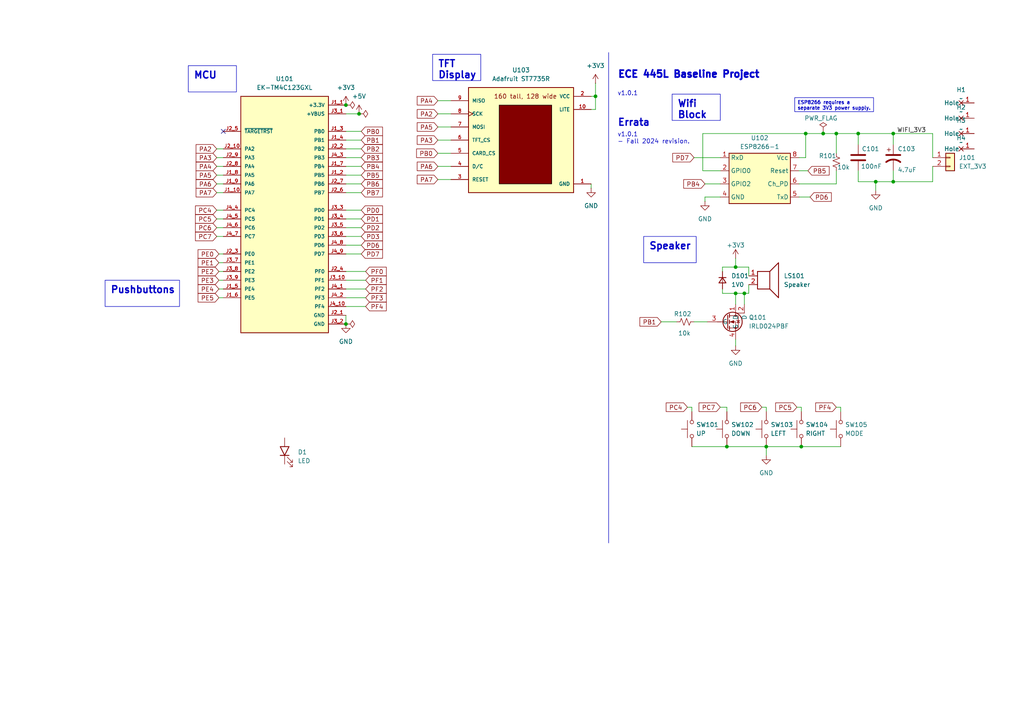
<source format=kicad_sch>
(kicad_sch (version 20231120) (generator "eeschema") (generator_version "8.0")
  (paper "A4")
  (title_block (title "ECE 445L Baseline Project") (date "2024-08-07") (rev "v1.0.1") (company "The University of Texas at Austin"))
  (lib_symbols
    (symbol "Connector_Generic:Conn_01x02" (pin_names (offset 1.016) hide)
      (property "Reference" "J" (at 0 2.54 0))
      (property "Value" "Conn_01x02" (at 0 -5.08 0))
      (symbol "Conn_01x02_1_1"
        (rectangle (start -1.27 -2.413) (end 0 -2.667) (stroke (width 0.1524)))
        (rectangle (start -1.27 0.127) (end 0 -0.127) (stroke (width 0.1524)))
        (rectangle (start -1.27 1.27) (end 1.27 -3.81) (stroke (width 0.254)) (fill (type background)))
        (pin passive line (at -5.08 0 0) (length 3.81) (name "Pin_1") (number "1"))
        (pin passive line (at -5.08 -2.54 0) (length 3.81) (name "Pin_2") (number "2"))
      )
    )
    (symbol "Device:D_Small" (pin_numbers hide) (pin_names (offset 0.254) hide)
      (property "Reference" "D" (at -1.27 2.032 0))
      (property "Value" "D_Small" (at -3.81 -2.032 0))
      (symbol "D_Small_0_1"
        (polyline (pts (xy -0.762 -1.016) (xy -0.762 1.016)) (stroke (width 0.254)))
        (polyline (pts (xy -0.762 0) (xy 0.762 0)))
        (polyline (pts (xy 0.762 -1.016) (xy -0.762 0) (xy 0.762 1.016) (xy 0.762 -1.016)) (stroke (width 0.254)))
      )
      (symbol "D_Small_1_1"
        (pin passive line (at -2.54 0 0) (length 1.778) (name "K") (number "1"))
        (pin passive line (at 2.54 0 180) (length 1.778) (name "A") (number "2"))
      )
    )
    (symbol "Device:Speaker" (pin_names (offset 0) hide)
      (property "Reference" "LS" (at 1.27 5.715 0))
      (property "Value" "Speaker" (at 1.27 3.81 0))
      (symbol "Speaker_0_0"
        (rectangle (start -2.54 1.27) (end 1.016 -3.81) (stroke (width 0.254)))
        (polyline (pts (xy 1.016 1.27) (xy 3.556 3.81) (xy 3.556 -6.35) (xy 1.016 -3.81)) (stroke (width 0.254)))
      )
      (symbol "Speaker_1_1"
        (pin input line (at -5.08 0 0) (length 2.54) (name "1") (number "1"))
        (pin input line (at -5.08 -2.54 0) (length 2.54) (name "2") (number "2"))
      )
    )
    (symbol "ECE445L:Adafruit_ST7735R" (pin_names (offset 1.016))
      (property "Reference" "U?" (at -15.24 16.002 0))
      (property "Value" "Adafruit ST7735R" (at -15.24 -17.78 0))
      (symbol "Adafruit_ST7735R_0_0"
        (rectangle (start -15.24 15.24) (end 15.24 -15.24) (stroke (width 0.254)) (fill (type background)))
      )
      (symbol "Adafruit_ST7735R_1_0"
        (pin power_in line (at 20.32 -12.7 180) (length 5.08) (name "GND") (number "1"))
        (pin power_in line (at 20.32 8.89 180) (length 5.08) (name "LITE") (number "10"))
        (pin power_in line (at 20.32 12.7 180) (length 5.08) (name "VCC") (number "2"))
        (pin input line (at -20.32 -11.43 0) (length 5.08) (name "RESET") (number "3"))
        (pin input line (at -20.32 -7.62 0) (length 5.08) (name "D/C") (number "4"))
        (pin input line (at -20.32 -3.81 0) (length 5.08) (name "CARD_CS") (number "5"))
        (pin input line (at -20.32 0 0) (length 5.08) (name "TFT_CS") (number "6"))
        (pin input line (at -20.32 3.81 0) (length 5.08) (name "MOSI") (number "7"))
        (pin input clock (at -20.32 7.62 0) (length 5.08) (name "SCK") (number "8"))
        (pin output line (at -20.32 11.43 0) (length 5.08) (name "MISO") (number "9"))
      )
      (symbol "Adafruit_ST7735R_1_1"
        (rectangle (start -6.35 10.16) (end 8.89 -12.7) (stroke (width 0) (color 0 0 0 1)) (fill (type color) (color 132 0 0 1)))
        (text "160 tall, 128 wide" (at 1.27 12.7 0) (effects (font (size 1.27 1.27))))
      )
    )
    (symbol "ECE445L:C" (pin_numbers hide) (pin_names (offset 0.254))
      (property "Reference" "C" (at 0.635 2.54 0))
      (property "Value" "C" (at 0.635 -2.54 0))
      (symbol "C_0_1"
        (polyline (pts (xy -2.032 -0.762) (xy 2.032 -0.762)) (stroke (width 0.508)))
        (polyline (pts (xy -2.032 0.762) (xy 2.032 0.762)) (stroke (width 0.508)))
      )
      (symbol "C_1_1"
        (pin passive line (at 0 3.81 270) (length 2.794) (name "~") (number "1"))
        (pin passive line (at 0 -3.81 90) (length 2.794) (name "~") (number "2"))
      )
    )
    (symbol "ECE445L:C_Polarized" (pin_numbers hide) (pin_names (offset 0.254) hide)
      (property "Reference" "C" (at 0.635 2.54 0))
      (property "Value" "C_Polarized" (at 0.635 -2.54 0))
      (symbol "C_Polarized_0_1"
        (polyline (pts (xy -2.032 0.762) (xy 2.032 0.762)) (stroke (width 0.508)))
        (polyline (pts (xy -1.778 2.286) (xy -0.762 2.286)))
        (polyline (pts (xy -1.27 1.778) (xy -1.27 2.794)))
        (arc (start 2.032 -1.27) (mid 0 -0.5572) (end -2.032 -1.27) (stroke (width 0.508)))
      )
      (symbol "C_Polarized_1_1"
        (pin passive line (at 0 3.81 270) (length 2.794) (name "~") (number "1"))
        (pin passive line (at 0 -3.81 90) (length 3.302) (name "~") (number "2"))
      )
    )
    (symbol "ECE445L:EK-TM4C123GXL" (pin_names (offset 1.016))
      (property "Reference" "U?" (at -12.7367 34.3099 0))
      (property "Value" "EK-TM4C123GXL" (at -12.7129 -38.1075 0))
      (symbol "EK-TM4C123GXL_0_0"
        (rectangle (start -12.7 -35.56) (end 12.7 33.02) (stroke (width 0.254)) (fill (type background)))
        (pin power_in line (at 17.78 30.48 180) (length 5.08) (name "+3.3V") (number "J1_1"))
        (pin bidirectional line (at -17.78 5.08 0) (length 5.08) (name "PA7") (number "J1_10"))
        (pin bidirectional line (at 17.78 22.86 180) (length 5.08) (name "PB0") (number "J1_3"))
        (pin bidirectional line (at 17.78 20.32 180) (length 5.08) (name "PB1") (number "J1_4"))
        (pin bidirectional line (at -17.78 -22.86 0) (length 5.08) (name "PE4") (number "J1_5"))
        (pin bidirectional line (at -17.78 -25.4 0) (length 5.08) (name "PE5") (number "J1_6"))
        (pin bidirectional line (at 17.78 12.7 180) (length 5.08) (name "PB4") (number "J1_7"))
        (pin bidirectional line (at -17.78 10.16 0) (length 5.08) (name "PA5") (number "J1_8"))
        (pin bidirectional line (at -17.78 7.62 0) (length 5.08) (name "PA6") (number "J1_9"))
        (pin power_in line (at 17.78 -30.48 180) (length 5.08) (name "GND") (number "J2_1"))
        (pin bidirectional line (at -17.78 17.78 0) (length 5.08) (name "PA2") (number "J2_10"))
        (pin bidirectional line (at 17.78 17.78 180) (length 5.08) (name "PB2") (number "J2_2"))
        (pin bidirectional line (at -17.78 -12.7 0) (length 5.08) (name "PE0") (number "J2_3"))
        (pin bidirectional line (at 17.78 -17.78 180) (length 5.08) (name "PF0") (number "J2_4"))
        (pin input line (at -17.78 22.86 0) (length 5.08) (name "~{TARGETRST}") (number "J2_5"))
        (pin bidirectional line (at 17.78 5.08 180) (length 5.08) (name "PB7") (number "J2_6"))
        (pin bidirectional line (at 17.78 7.62 180) (length 5.08) (name "PB6") (number "J2_7"))
        (pin bidirectional line (at -17.78 12.7 0) (length 5.08) (name "PA4") (number "J2_8"))
        (pin bidirectional line (at -17.78 15.24 0) (length 5.08) (name "PA3") (number "J2_9"))
        (pin power_in line (at 17.78 27.94 180) (length 5.08) (name "+VBUS") (number "J3_1"))
        (pin bidirectional line (at 17.78 -20.32 180) (length 5.08) (name "PF1") (number "J3_10"))
        (pin power_in line (at 17.78 -33.02 180) (length 5.08) (name "GND") (number "J3_2"))
        (pin bidirectional line (at 17.78 0 180) (length 5.08) (name "PD0") (number "J3_3"))
        (pin bidirectional line (at 17.78 -2.54 180) (length 5.08) (name "PD1") (number "J3_4"))
        (pin bidirectional line (at 17.78 -5.08 180) (length 5.08) (name "PD2") (number "J3_5"))
        (pin bidirectional line (at 17.78 -7.62 180) (length 5.08) (name "PD3") (number "J3_6"))
        (pin bidirectional line (at -17.78 -15.24 0) (length 5.08) (name "PE1") (number "J3_7"))
        (pin bidirectional line (at -17.78 -17.78 0) (length 5.08) (name "PE2") (number "J3_8"))
        (pin bidirectional line (at -17.78 -20.32 0) (length 5.08) (name "PE3") (number "J3_9"))
        (pin bidirectional line (at 17.78 -22.86 180) (length 5.08) (name "PF2") (number "J4_1"))
        (pin bidirectional line (at 17.78 -27.94 180) (length 5.08) (name "PF4") (number "J4_10"))
        (pin bidirectional line (at 17.78 -25.4 180) (length 5.08) (name "PF3") (number "J4_2"))
        (pin bidirectional line (at 17.78 15.24 180) (length 5.08) (name "PB3") (number "J4_3"))
        (pin bidirectional line (at -17.78 0 0) (length 5.08) (name "PC4") (number "J4_4"))
        (pin bidirectional line (at -17.78 -2.54 0) (length 5.08) (name "PC5") (number "J4_5"))
        (pin bidirectional line (at -17.78 -5.08 0) (length 5.08) (name "PC6") (number "J4_6"))
        (pin bidirectional line (at -17.78 -7.62 0) (length 5.08) (name "PC7") (number "J4_7"))
        (pin bidirectional line (at 17.78 -10.16 180) (length 5.08) (name "PD6") (number "J4_8"))
        (pin bidirectional line (at 17.78 -12.7 180) (length 5.08) (name "PD7") (number "J4_9"))
      )
      (symbol "EK-TM4C123GXL_1_0"
        (pin bidirectional line (at 17.78 10.16 180) (length 5.08) (name "PB5") (number "J1_2"))
      )
    )
    (symbol "ECE445L:ESP8266-1"
      (property "Reference" "U" (at 0 0 0))
      (property "Value" "ESP8266-1" (at 0 8.255 0))
      (symbol "ESP8266-1_1_1"
        (rectangle (start -8.255 6.985) (end 9.525 -7.62) (stroke (width 0.254)) (fill (type background)))
        (pin passive line (at -10.795 5.715 0) (length 2.54) (name "RxD") (number "1"))
        (pin passive line (at -10.795 1.905 0) (length 2.54) (name "GPIO0") (number "2"))
        (pin passive line (at -10.795 -1.905 0) (length 2.54) (name "GPIO2") (number "3"))
        (pin passive line (at -10.795 -5.715 0) (length 2.54) (name "GND") (number "4"))
        (pin passive line (at 12.065 -5.715 180) (length 2.54) (name "TxD") (number "5"))
        (pin passive line (at 12.065 -1.905 180) (length 2.54) (name "Ch_PD") (number "6"))
        (pin passive line (at 12.065 1.905 180) (length 2.54) (name "Reset") (number "7"))
        (pin passive line (at 12.065 5.715 180) (length 2.54) (name "Vcc") (number "8"))
      )
    )
    (symbol "ECE445L:IRLD024PBF"
      (property "Reference" "Q" (at 6.35 5.715 0))
      (property "Value" "IRLD024PBF" (at 16.51 -1.905 0))
      (symbol "IRLD024PBF_0_1"
        (polyline (pts (xy 11.43 0.635) (xy 8.636 0.635)))
        (polyline (pts (xy 11.684 2.54) (xy 11.684 -1.27)) (stroke (width 0.254)))
        (polyline (pts (xy 12.192 -0.635) (xy 12.192 -1.651)) (stroke (width 0.254)))
        (polyline (pts (xy 12.192 1.143) (xy 12.192 0.127)) (stroke (width 0.254)))
        (polyline (pts (xy 12.192 2.921) (xy 12.192 1.905)) (stroke (width 0.254)))
        (polyline (pts (xy 13.97 3.175) (xy 13.97 2.413)))
        (polyline (pts (xy 16.51 3.175) (xy 13.97 3.175)))
        (polyline (pts (xy 13.97 -1.905) (xy 13.97 0.635) (xy 12.192 0.635)))
        (polyline (pts (xy 12.192 -1.143) (xy 14.732 -1.143) (xy 14.732 2.413) (xy 12.192 2.413)))
        (polyline (pts (xy 12.446 0.635) (xy 13.462 1.016) (xy 13.462 0.254) (xy 12.446 0.635)) (fill (type outline)))
        (polyline (pts (xy 14.224 1.143) (xy 14.351 1.016) (xy 15.113 1.016) (xy 15.24 0.889)))
        (polyline (pts (xy 14.732 1.016) (xy 14.351 0.381) (xy 15.113 0.381) (xy 14.732 1.016)))
        (circle (center 13.081 0.635) (radius 2.794) (stroke (width 0.254)))
        (circle (center 13.97 -1.143) (radius 0.254) (fill (type outline)))
        (circle (center 13.97 2.413) (radius 0.254) (fill (type outline)))
      )
      (symbol "IRLD024PBF_1_1"
        (pin passive line (at 13.97 5.715 270) (length 2.54) (name "D") (number "1"))
        (pin passive line (at 16.51 5.715 270) (length 2.54) (name "D") (number "2"))
        (pin input line (at 5.715 0.635 0) (length 4) (name "G") (number "3"))
        (pin passive line (at 13.97 -4.445 90) (length 2.54) (name "S") (number "4"))
      )
    )
    (symbol "ECE445L:LED" (pin_numbers hide) (pin_names (offset 1.016) hide)
      (property "Reference" "D" (at 1.27 1.27 0))
      (property "Value" "LED" (at -5.08 -1.27 0))
      (symbol "LED_0_1"
        (polyline (pts (xy 0 -1.27) (xy -2.54 -1.27)) (stroke (width 0.254)))
        (polyline (pts (xy 0 1.27) (xy -2.54 1.27) (xy -1.27 -1.27) (xy 0 1.27)) (stroke (width 0.254)))
        (polyline (pts (xy -0.508 -3.048) (xy 1.016 -4.572) (xy 1.016 -3.81) (xy 1.016 -4.572) (xy 0.254 -4.572)))
        (polyline (pts (xy -0.508 -1.778) (xy 1.016 -3.302) (xy 1.016 -2.54) (xy 1.016 -3.302) (xy 0.254 -3.302)))
      )
      (symbol "LED_1_1"
        (pin passive line (at -1.27 -3.81 90) (length 2.54) (name "K") (number "1"))
        (pin passive line (at -1.27 3.81 270) (length 2.54) (name "A") (number "2"))
      )
    )
    (symbol "ECE445L:MountingHole"
      (property "Reference" "H" (at 0 0 0))
      (symbol "MountingHole_1_1"
        (pin power_in non_logic (at 0 0 180) (length 3.81) (name "Hole") (number "1"))
      )
    )
    (symbol "ECE445L:R_0.125W" (pin_numbers hide) (pin_names (offset 0.254) hide)
      (property "Reference" "R" (at 0.762 0.508 0))
      (property "Value" "R_0.125W" (at 0.762 -1.016 0))
      (symbol "R_0.125W_1_1"
        (polyline (pts (xy 0 0) (xy 1.016 -0.381) (xy 0 -0.762) (xy -1.016 -1.143) (xy 0 -1.524)))
        (polyline (pts (xy 0 1.524) (xy 1.016 1.143) (xy 0 0.762) (xy -1.016 0.381) (xy 0 0)))
        (pin passive line (at 0 2.54 270) (length 1.016) (name "~") (number "1"))
        (pin passive line (at 0 -2.54 90) (length 1.016) (name "~") (number "2"))
      )
    )
    (symbol "Switch:SW_Push" (pin_numbers hide) (pin_names (offset 1.016) hide)
      (property "Reference" "SW" (at 1.27 2.54 0))
      (property "Value" "SW_Push" (at 0 -1.524 0))
      (symbol "SW_Push_0_1"
        (circle (center -2.032 0) (radius 0.508))
        (polyline (pts (xy 0 1.27) (xy 0 3.048)))
        (polyline (pts (xy 2.54 1.27) (xy -2.54 1.27)))
        (circle (center 2.032 0) (radius 0.508))
        (pin passive line (at -5.08 0 0) (length 2.54) (name "1") (number "1"))
        (pin passive line (at 5.08 0 180) (length 2.54) (name "2") (number "2"))
      )
    )
    (symbol "power:+3V3" (power) (pin_numbers hide) (pin_names (offset 0) hide)
      (property "Value" "+3V3" (at 0 3.556 0))
      (symbol "+3V3_0_1"
        (polyline (pts (xy -0.762 1.27) (xy 0 2.54)))
        (polyline (pts (xy 0 0) (xy 0 2.54)))
        (polyline (pts (xy 0 2.54) (xy 0.762 1.27)))
      )
      (symbol "+3V3_1_1"
        (pin power_in line (at 0 0 90) (length 0) (name "~") (number "1"))
      )
    )
    (symbol "power:+5V" (power) (pin_numbers hide) (pin_names (offset 0) hide)
      (property "Value" "+5V" (at 0 3.556 0))
      (symbol "+5V_0_1"
        (polyline (pts (xy -0.762 1.27) (xy 0 2.54)))
        (polyline (pts (xy 0 0) (xy 0 2.54)))
        (polyline (pts (xy 0 2.54) (xy 0.762 1.27)))
      )
      (symbol "+5V_1_1"
        (pin power_in line (at 0 0 90) (length 0) (name "~") (number "1"))
      )
    )
    (symbol "power:GND" (power) (pin_numbers hide) (pin_names (offset 0) hide)
      (property "Value" "GND" (at 0 -3.81 0))
      (symbol "GND_0_1"
        (polyline (pts (xy 0 0) (xy 0 -1.27) (xy 1.27 -1.27) (xy 0 -2.54) (xy -1.27 -1.27) (xy 0 -1.27)))
      )
      (symbol "GND_1_1"
        (pin power_in line (at 0 0 270) (length 0) (name "~") (number "1"))
      )
    )
    (symbol "power:PWR_FLAG" (power) (pin_numbers hide) (pin_names (offset 0) hide)
      (property "Value" "PWR_FLAG" (at 0 3.81 0))
      (symbol "PWR_FLAG_0_0"
        (pin power_out line (at 0 0 90) (length 0) (name "~") (number "1"))
      )
      (symbol "PWR_FLAG_0_1"
        (polyline (pts (xy 0 0) (xy 0 1.27) (xy -1.016 1.905) (xy 0 2.54) (xy 1.016 1.905) (xy 0 1.27)))
      )
    )
  )
  (junction (at 100.33 30.48))
  (junction (at 222.25 129.54))
  (junction (at 238.76 38.735))
  (junction (at 259.08 38.735))
  (junction (at 213.36 77.47))
  (junction (at 215.9 85.09))
  (junction (at 233.68 38.735))
  (junction (at 248.92 38.735))
  (junction (at 259.08 52.705))
  (junction (at 100.33 93.98))
  (junction (at 213.36 85.09))
  (junction (at 254 52.705))
  (junction (at 242.57 38.735))
  (junction (at 210.82 129.54))
  (junction (at 232.41 129.54))
  (junction (at 172.72 27.94))
  (junction (at 104.14 33.02))
  (no_connect (at 64.77 38.1))
  (wire (pts (xy 100.33 45.72) (xy 104.775 45.72)))
  (wire (pts (xy 127 36.83) (xy 130.81 36.83)))
  (wire (pts (xy 204.47 53.34) (xy 208.915 53.34)))
  (wire (pts (xy 208.915 118.11) (xy 210.82 118.11)))
  (wire (pts (xy 200.66 118.11) (xy 200.66 119.38)))
  (wire (pts (xy 243.84 118.11) (xy 243.84 119.38)))
  (wire (pts (xy 100.33 55.88) (xy 104.775 55.88)))
  (wire (pts (xy 100.33 40.64) (xy 104.775 40.64)))
  (wire (pts (xy 222.25 129.54) (xy 222.25 132.08)))
  (wire (pts (xy 191.77 93.345) (xy 196.215 93.345)))
  (wire (pts (xy 209.55 77.47) (xy 213.36 77.47)))
  (wire (pts (xy 127 44.45) (xy 130.81 44.45)))
  (wire (pts (xy 100.33 73.66) (xy 104.775 73.66)))
  (wire (pts (xy 242.57 53.34) (xy 242.57 49.53)))
  (wire (pts (xy 62.865 68.58) (xy 64.77 68.58)))
  (wire (pts (xy 259.08 52.705) (xy 270.51 52.705)))
  (wire (pts (xy 231.775 57.15) (xy 234.95 57.15)))
  (wire (pts (xy 100.33 81.28) (xy 106.045 81.28)))
  (wire (pts (xy 217.17 82.55) (xy 217.17 85.09)))
  (wire (pts (xy 203.835 38.735) (xy 203.835 49.53)))
  (wire (pts (xy 127 40.64) (xy 130.81 40.64)))
  (wire (pts (xy 63.5 81.28) (xy 64.77 81.28)))
  (wire (pts (xy 200.66 129.54) (xy 210.82 129.54)))
  (wire (pts (xy 204.47 57.15) (xy 204.47 58.42)))
  (wire (pts (xy 62.865 66.04) (xy 64.77 66.04)))
  (wire (pts (xy 62.865 45.72) (xy 64.77 45.72)))
  (wire (pts (xy 254 52.705) (xy 248.92 52.705)))
  (wire (pts (xy 213.36 74.93) (xy 213.36 77.47)))
  (wire (pts (xy 201.295 93.345) (xy 205.105 93.345)))
  (wire (pts (xy 100.33 43.18) (xy 104.775 43.18)))
  (wire (pts (xy 100.33 91.44) (xy 100.33 93.98)))
  (wire (pts (xy 213.36 85.09) (xy 215.9 85.09)))
  (wire (pts (xy 242.57 38.735) (xy 238.76 38.735)))
  (wire (pts (xy 63.5 76.2) (xy 64.77 76.2)))
  (wire (pts (xy 199.39 118.11) (xy 200.66 118.11)))
  (wire (pts (xy 209.55 77.47) (xy 209.55 78.74)))
  (wire (pts (xy 100.33 88.9) (xy 106.045 88.9)))
  (wire (pts (xy 63.5 73.66) (xy 64.77 73.66)))
  (wire (pts (xy 209.55 85.09) (xy 213.36 85.09)))
  (wire (pts (xy 238.76 38.1) (xy 238.76 38.735)))
  (wire (pts (xy 62.865 53.34) (xy 64.77 53.34)))
  (wire (pts (xy 100.33 83.82) (xy 106.045 83.82)))
  (wire (pts (xy 231.775 45.72) (xy 233.68 45.72)))
  (wire (pts (xy 100.33 38.1) (xy 104.775 38.1)))
  (wire (pts (xy 172.72 24.13) (xy 172.72 27.94)))
  (wire (pts (xy 242.57 118.11) (xy 243.84 118.11)))
  (wire (pts (xy 63.5 83.82) (xy 64.77 83.82)))
  (wire (pts (xy 127 33.02) (xy 130.81 33.02)))
  (wire (pts (xy 210.82 118.11) (xy 210.82 119.38)))
  (wire (pts (xy 62.865 43.18) (xy 64.77 43.18)))
  (wire (pts (xy 210.82 129.54) (xy 222.25 129.54)))
  (wire (pts (xy 231.14 118.11) (xy 232.41 118.11)))
  (wire (pts (xy 231.775 49.53) (xy 234.315 49.53)))
  (wire (pts (xy 62.865 48.26) (xy 64.77 48.26)))
  (wire (pts (xy 201.295 45.72) (xy 208.915 45.72)))
  (wire (pts (xy 100.33 33.02) (xy 104.14 33.02)))
  (wire (pts (xy 254 52.705) (xy 259.08 52.705)))
  (wire (pts (xy 248.92 38.735) (xy 242.57 38.735)))
  (wire (pts (xy 127 29.21) (xy 130.81 29.21)))
  (polyline (pts (xy 176.53 15.24) (xy 176.53 157.48)))
  (wire (pts (xy 63.5 86.36) (xy 64.77 86.36)))
  (wire (pts (xy 62.865 55.88) (xy 64.77 55.88)))
  (wire (pts (xy 127 48.26) (xy 130.81 48.26)))
  (wire (pts (xy 172.72 31.75) (xy 172.72 27.94)))
  (wire (pts (xy 259.08 38.735) (xy 248.92 38.735)))
  (wire (pts (xy 127 52.07) (xy 130.81 52.07)))
  (wire (pts (xy 215.9 85.09) (xy 217.17 85.09)))
  (wire (pts (xy 62.865 50.8) (xy 64.77 50.8)))
  (wire (pts (xy 220.98 118.11) (xy 222.25 118.11)))
  (wire (pts (xy 238.76 38.735) (xy 233.68 38.735)))
  (wire (pts (xy 232.41 129.54) (xy 243.84 129.54)))
  (wire (pts (xy 171.45 31.75) (xy 172.72 31.75)))
  (wire (pts (xy 248.92 52.705) (xy 248.92 49.53)))
  (wire (pts (xy 270.51 48.26) (xy 270.51 52.705)))
  (wire (pts (xy 208.915 49.53) (xy 203.835 49.53)))
  (wire (pts (xy 100.33 68.58) (xy 104.775 68.58)))
  (wire (pts (xy 171.45 53.34) (xy 171.45 54.61)))
  (wire (pts (xy 248.92 38.735) (xy 248.92 41.91)))
  (wire (pts (xy 231.775 53.34) (xy 242.57 53.34)))
  (wire (pts (xy 213.36 85.09) (xy 213.36 88.265)))
  (wire (pts (xy 208.915 57.15) (xy 204.47 57.15)))
  (wire (pts (xy 254 55.245) (xy 254 52.705)))
  (wire (pts (xy 222.25 118.11) (xy 222.25 119.38)))
  (wire (pts (xy 233.68 45.72) (xy 233.68 38.735)))
  (wire (pts (xy 100.33 86.36) (xy 106.045 86.36)))
  (wire (pts (xy 100.33 78.74) (xy 106.045 78.74)))
  (wire (pts (xy 232.41 118.11) (xy 232.41 119.38)))
  (wire (pts (xy 222.25 129.54) (xy 232.41 129.54)))
  (wire (pts (xy 242.57 38.735) (xy 242.57 44.45)))
  (wire (pts (xy 215.9 85.09) (xy 215.9 88.265)))
  (wire (pts (xy 100.33 48.26) (xy 104.775 48.26)))
  (wire (pts (xy 100.33 71.12) (xy 104.775 71.12)))
  (wire (pts (xy 100.33 60.96) (xy 104.775 60.96)))
  (wire (pts (xy 62.865 60.96) (xy 64.77 60.96)))
  (wire (pts (xy 217.17 77.47) (xy 217.17 80.01)))
  (wire (pts (xy 213.36 98.425) (xy 213.36 100.33)))
  (wire (pts (xy 259.08 52.705) (xy 259.08 49.53)))
  (wire (pts (xy 100.33 63.5) (xy 104.775 63.5)))
  (wire (pts (xy 259.08 38.735) (xy 259.08 41.91)))
  (wire (pts (xy 233.68 38.735) (xy 203.835 38.735)))
  (wire (pts (xy 62.865 63.5) (xy 64.77 63.5)))
  (wire (pts (xy 100.33 50.8) (xy 104.775 50.8)))
  (wire (pts (xy 270.51 38.735) (xy 270.51 45.72)))
  (wire (pts (xy 171.45 27.94) (xy 172.72 27.94)))
  (wire (pts (xy 100.33 66.04) (xy 104.775 66.04)))
  (wire (pts (xy 213.36 77.47) (xy 217.17 77.47)))
  (wire (pts (xy 100.33 53.34) (xy 104.775 53.34)))
  (wire (pts (xy 63.5 78.74) (xy 64.77 78.74)))
  (wire (pts (xy 270.51 38.735) (xy 259.08 38.735)))
  (wire (pts (xy 209.55 85.09) (xy 209.55 83.82)))
  (text_box "MCU" (at 54.61 19.05 0) (size 13.97 7.62) (effects (font (size 2 2) (thickness 0.4) (bold yes)) (justify left top)))
  (text_box "ESP8266 requires a separate 3V3 power supply." (at 230.505 28.321 0) (size 22.86 4.064) (effects (font (size 1 1) (bold yes)) (justify left top)))
  (text_box "Speaker" (at 186.69 68.58 0) (size 15.24 7.62) (effects (font (size 2 2) (thickness 0.4) (bold yes)) (justify left top)))
  (text_box "Pushbuttons" (at 30.48 81.28 0) (size 21.59 7.62) (effects (font (size 2 2) (thickness 0.4) (bold yes)) (justify left top)))
  (text_box "TFT Display" (at 125.476 15.748 0) (size 13.97 7.62) (effects (font (size 2 2) (thickness 0.4) (bold yes)) (justify left top)))
  (text_box "Wifi Block" (at 194.945 27.305 0) (size 13.97 7.62) (effects (font (size 2 2) (thickness 0.4) (bold yes)) (justify left top)))
  (text "v1.0.1\n- Fall 2024 revision." (at 179.07 41.91 0) (effects (font (size 1.27 1.27)) (justify left bottom)))
  (text "ECE 445L Baseline Project" (at 179.07 22.86 0) (effects (font (size 2 2) (thickness 0.6) (bold yes)) (justify left bottom)))
  (text "v1.0.1" (at 179.07 27.94 0) (effects (font (size 1.27 1.27)) (justify left bottom)))
  (text "Errata" (at 179.07 36.83 0) (effects (font (size 2 2) (thickness 0.4) (bold yes)) (justify left bottom)))
  (label "WIFI_3V3" (at 268.605 38.735 180))
  (global_label "PC5" (shape input) (at 62.865 63.5 180) (property "Intersheetrefs" "${INTERSHEET_REFS}" (effects (hide yes))))
  (global_label "PB6" (shape input) (at 104.775 53.34 0) (property "Intersheetrefs" "${INTERSHEET_REFS}" (effects (hide yes))))
  (global_label "PB2" (shape input) (at 104.775 43.18 0) (property "Intersheetrefs" "${INTERSHEET_REFS}" (effects (hide yes))))
  (global_label "PA7" (shape input) (at 62.865 55.88 180) (property "Intersheetrefs" "${INTERSHEET_REFS}" (effects (hide yes))))
  (global_label "PA4" (shape input) (at 62.865 48.26 180) (property "Intersheetrefs" "${INTERSHEET_REFS}" (effects (hide yes))))
  (global_label "PB5" (shape input) (at 104.775 50.8 0) (property "Intersheetrefs" "${INTERSHEET_REFS}" (effects (hide yes))))
  (global_label "PB3" (shape input) (at 104.775 45.72 0) (property "Intersheetrefs" "${INTERSHEET_REFS}" (effects (hide yes))))
  (global_label "PD7" (shape input) (at 104.775 73.66 0) (property "Intersheetrefs" "${INTERSHEET_REFS}" (effects (hide yes))))
  (global_label "PE0" (shape input) (at 63.5 73.66 180) (property "Intersheetrefs" "${INTERSHEET_REFS}" (effects (hide yes))))
  (global_label "PD1" (shape input) (at 104.775 63.5 0) (property "Intersheetrefs" "${INTERSHEET_REFS}" (effects (hide yes))))
  (global_label "PF4" (shape input) (at 106.045 88.9 0) (property "Intersheetrefs" "${INTERSHEET_REFS}" (effects (hide yes))))
  (global_label "PE3" (shape input) (at 63.5 81.28 180) (property "Intersheetrefs" "${INTERSHEET_REFS}" (effects (hide yes))))
  (global_label "PC7" (shape input) (at 62.865 68.58 180) (property "Intersheetrefs" "${INTERSHEET_REFS}" (effects (hide yes))))
  (global_label "PA2" (shape input) (at 127 33.02 180) (property "Intersheetrefs" "${INTERSHEET_REFS}" (effects (hide yes))))
  (global_label "PD7" (shape input) (at 201.295 45.72 180) (property "Intersheetrefs" "${INTERSHEET_REFS}" (effects (hide yes))))
  (global_label "PB4" (shape input) (at 204.47 53.34 180) (property "Intersheetrefs" "${INTERSHEET_REFS}" (effects (hide yes))))
  (global_label "PC7" (shape input) (at 208.915 118.11 180) (property "Intersheetrefs" "${INTERSHEET_REFS}" (effects (hide yes))))
  (global_label "PE2" (shape input) (at 63.5 78.74 180) (property "Intersheetrefs" "${INTERSHEET_REFS}" (effects (hide yes))))
  (global_label "PA3" (shape input) (at 62.865 45.72 180) (property "Intersheetrefs" "${INTERSHEET_REFS}" (effects (hide yes))))
  (global_label "PE4" (shape input) (at 63.5 83.82 180) (property "Intersheetrefs" "${INTERSHEET_REFS}" (effects (hide yes))))
  (global_label "PC4" (shape input) (at 62.865 60.96 180) (property "Intersheetrefs" "${INTERSHEET_REFS}" (effects (hide yes))))
  (global_label "PB0" (shape input) (at 104.775 38.1 0) (property "Intersheetrefs" "${INTERSHEET_REFS}" (effects (hide yes))))
  (global_label "PE1" (shape input) (at 63.5 76.2 180) (property "Intersheetrefs" "${INTERSHEET_REFS}" (effects (hide yes))))
  (global_label "PF3" (shape input) (at 106.045 86.36 0) (property "Intersheetrefs" "${INTERSHEET_REFS}" (effects (hide yes))))
  (global_label "PC4" (shape input) (at 199.39 118.11 180) (property "Intersheetrefs" "${INTERSHEET_REFS}" (effects (hide yes))))
  (global_label "PD3" (shape input) (at 104.775 68.58 0) (property "Intersheetrefs" "${INTERSHEET_REFS}" (effects (hide yes))))
  (global_label "PC6" (shape input) (at 220.98 118.11 180) (property "Intersheetrefs" "${INTERSHEET_REFS}" (effects (hide yes))))
  (global_label "PD0" (shape input) (at 104.775 60.96 0) (property "Intersheetrefs" "${INTERSHEET_REFS}" (effects (hide yes))))
  (global_label "PB7" (shape input) (at 104.775 55.88 0) (property "Intersheetrefs" "${INTERSHEET_REFS}" (effects (hide yes))))
  (global_label "PD6" (shape input) (at 234.95 57.15 0) (property "Intersheetrefs" "${INTERSHEET_REFS}" (effects (hide yes))))
  (global_label "PA2" (shape input) (at 62.865 43.18 180) (property "Intersheetrefs" "${INTERSHEET_REFS}" (effects (hide yes))))
  (global_label "PA7" (shape input) (at 127 52.07 180) (property "Intersheetrefs" "${INTERSHEET_REFS}" (effects (hide yes))))
  (global_label "PB1" (shape input) (at 191.77 93.345 180) (property "Intersheetrefs" "${INTERSHEET_REFS}" (effects (hide yes))))
  (global_label "PA6" (shape input) (at 127 48.26 180) (property "Intersheetrefs" "${INTERSHEET_REFS}" (effects (hide yes))))
  (global_label "PF0" (shape input) (at 106.045 78.74 0) (property "Intersheetrefs" "${INTERSHEET_REFS}" (effects (hide yes))))
  (global_label "PC6" (shape input) (at 62.865 66.04 180) (property "Intersheetrefs" "${INTERSHEET_REFS}" (effects (hide yes))))
  (global_label "PC5" (shape input) (at 231.14 118.11 180) (property "Intersheetrefs" "${INTERSHEET_REFS}" (effects (hide yes))))
  (global_label "PE5" (shape input) (at 63.5 86.36 180) (property "Intersheetrefs" "${INTERSHEET_REFS}" (effects (hide yes))))
  (global_label "PF4" (shape input) (at 242.57 118.11 180) (property "Intersheetrefs" "${INTERSHEET_REFS}" (effects (hide yes))))
  (global_label "PB5" (shape input) (at 234.315 49.53 0) (property "Intersheetrefs" "${INTERSHEET_REFS}" (effects (hide yes))))
  (global_label "PA3" (shape input) (at 127 40.64 180) (property "Intersheetrefs" "${INTERSHEET_REFS}" (effects (hide yes))))
  (global_label "PD6" (shape input) (at 104.775 71.12 0) (property "Intersheetrefs" "${INTERSHEET_REFS}" (effects (hide yes))))
  (global_label "PA4" (shape input) (at 127 29.21 180) (property "Intersheetrefs" "${INTERSHEET_REFS}" (effects (hide yes))))
  (global_label "PF1" (shape input) (at 106.045 81.28 0) (property "Intersheetrefs" "${INTERSHEET_REFS}" (effects (hide yes))))
  (global_label "PB1" (shape input) (at 104.775 40.64 0) (property "Intersheetrefs" "${INTERSHEET_REFS}" (effects (hide yes))))
  (global_label "PA6" (shape input) (at 62.865 53.34 180) (property "Intersheetrefs" "${INTERSHEET_REFS}" (effects (hide yes))))
  (global_label "PA5" (shape input) (at 127 36.83 180) (property "Intersheetrefs" "${INTERSHEET_REFS}" (effects (hide yes))))
  (global_label "PD2" (shape input) (at 104.775 66.04 0) (property "Intersheetrefs" "${INTERSHEET_REFS}" (effects (hide yes))))
  (global_label "PF2" (shape input) (at 106.045 83.82 0) (property "Intersheetrefs" "${INTERSHEET_REFS}" (effects (hide yes))))
  (global_label "PB0" (shape input) (at 127 44.45 180) (property "Intersheetrefs" "${INTERSHEET_REFS}" (effects (hide yes))))
  (global_label "PB4" (shape input) (at 104.775 48.26 0) (property "Intersheetrefs" "${INTERSHEET_REFS}" (effects (hide yes))))
  (global_label "PA5" (shape input) (at 62.865 50.8 180) (property "Intersheetrefs" "${INTERSHEET_REFS}" (effects (hide yes))))
  (symbol (lib_id "power:PWR_FLAG") (at 100.33 93.98 270) (unit 1)
    (property "Reference" "#FLG0102" (effects (hide yes)))
    (property "Value" "PWR_FLAG" (effects (hide yes)))
    (property "Description" "Special symbol for telling ERC where power comes from" (effects (hide yes)))
  )
  (symbol (lib_id "Device:D_Small") (at 209.55 81.28 270) (unit 1)
    (property "Reference" "D101" (at 212.09 80.01 90) (effects (justify left)))
    (property "Value" "1V0" (at 212.09 82.55 90) (effects (justify left)))
    (property "Footprint" "Diode_THT:D_5W_P12.70mm_Horizontal" (effects (hide yes)))
    (property "Description" "Diode, small symbol" (effects (hide yes)))
    (property "Cost" "0.10 " (effects (hide yes)))
    (property "Distributor" "Mouser" (effects (hide yes)))
    (property "Manufacturer" "onsemi" (effects (hide yes)))
    (property "P/N" "1N914 " (effects (hide yes)))
    (property "Sim.Device" "D" (effects (hide yes)))
    (property "Sim.Pins" "1=K 2=A" (effects (hide yes)))
  )
  (symbol (lib_id "ECE445L:EK-TM4C123GXL") (at 82.55 60.96 0) (unit 1)
    (property "Reference" "U101" (at 82.55 22.86 0))
    (property "Value" "EK-TM4C123GXL" (at 82.55 25.4 0))
    (property "Footprint" "ECE445L:ti_EKTM4C123GXL" (effects (hide yes)))
    (property "Datasheet" "https://www.ti.com/lit/ds/symlink/tm4c123gh6pm.pdf?ts=1693244962384&ref_url=https%253A%252F%252Fwww.google.com%252F" (effects (hide yes)))
    (property "Distributor" "Mouser" (effects (hide yes)))
    (property "Manufacturer" "Texas Instruments" (effects (hide yes)))
    (property "P/N" "EK-TM4C123GXL" (effects (hide yes)))
    (property "Cost" "22.60" (effects (hide yes)))
  )
  (symbol (lib_id "ECE445L:IRLD024PBF") (at 199.39 93.98 0) (unit 1)
    (property "Reference" "Q101" (at 217.17 92.0749 0) (effects (justify left)))
    (property "Value" "IRLD024PBF" (at 217.17 94.6149 0) (effects (justify left)))
    (property "Footprint" "ECE445L:DIP920W60P254L490H457Q4N" (effects (hide yes)))
    (property "Datasheet" "http://www.vishay.com/docs/91308/sihld24.pdf" (effects (hide yes)))
    (property "Description" "Vishay IRLD024PBF N-channel MOSFET Transistor, 2.5 A, 60 V, 4-Pin HVMDIP" (effects (hide yes)))
    (property "Cost" "1.67" (effects (hide yes)))
    (property "Distributor" "Mouser" (effects (hide yes)))
    (property "Manufacturer" "Vishay" (effects (hide yes)))
    (property "P/N" "IRLD024PBF" (effects (hide yes)))
    (property "Sim.Device" "NMOS" (effects (hide yes)))
    (property "Sim.Type" "VDMOS" (effects (hide yes)))
    (property "Sim.Pins" "1=D 2=G 3=S" (effects (hide yes)))
    (property "Height" "4.57" (effects (hide yes)))
    (property "Mouser Part Number" "844-IRLD024PBF" (effects (hide yes)))
    (property "Mouser Price/Stock" "https://www.mouser.co.uk/ProductDetail/Vishay-Siliconix/IRLD024PBF?qs=cvaI6ThkwxvrmVanJu5OcQ%3D%3D" (effects (hide yes)))
    (property "Manufacturer_Name" "Vishay" (effects (hide yes)))
    (property "Manufacturer_Part_Number" "IRLD024PBF" (effects (hide yes)))
  )
  (symbol (lib_id "power:PWR_FLAG") (at 104.14 33.02 270) (unit 1)
    (property "Reference" "#FLG0103" (effects (hide yes)))
    (property "Value" "PWR_FLAG" (effects (hide yes)))
    (property "Description" "Special symbol for telling ERC where power comes from" (effects (hide yes)))
  )
  (symbol (lib_id "Switch:SW_Push") (at 200.66 124.46 90) (unit 1)
    (property "Reference" "SW101" (at 201.93 123.19 90) (effects (justify right)))
    (property "Value" "UP" (at 201.93 125.73 90) (effects (justify right)))
    (property "Footprint" "Button_Switch_THT:SW_PUSH_6mm" (effects (hide yes)))
    (property "Description" "Push button switch, generic, two pins" (effects (hide yes)))
  )
  (symbol (lib_id "ECE445L:MountingHole") (at 282.575 34.29 0) (unit 1)
    (property "Reference" "H2" (at 278.765 31.115 0))
    (property "Value" "~" (at 278.765 32.385 0))
    (property "Footprint" "ECE445L:MountingHole_4_40" (effects (hide yes)))
    (property "Description" "Drill hole for 4-40 screw" (effects (hide yes)))
  )
  (symbol (lib_id "Connector_Generic:Conn_01x02") (at 275.59 45.72 0) (unit 1)
    (property "Reference" "J101" (at 278.13 45.72 0) (effects (justify left)))
    (property "Value" "EXT_3V3" (at 278.13 48.26 0) (effects (justify left)))
    (property "Footprint" "Connector_Samtec_HPM_THT:Samtec_HPM-02-01-x-S_Straight_1x02_Pitch5.08mm" (effects (hide yes)))
    (property "Description" "Generic connector, single row, 01x02, script generated (kicad-library-utils/schlib/autogen/connector/)" (effects (hide yes)))
  )
  (symbol (lib_id "ECE445L:C_Polarized") (at 259.08 45.72 0) (unit 1)
    (property "Reference" "C103" (at 260.35 43.18 0) (effects (justify left)))
    (property "Value" "4.7uF" (at 260.35 49.276 0) (effects (justify left)))
    (property "Footprint" "ECE445L:CP_Radial_Tantal200mil" (effects (hide yes)))
    (property "Description" "Polarized capacitor, US symbol" (effects (hide yes)))
  )
  (symbol (lib_id "power:GND") (at 204.47 58.42 0) (unit 1)
    (property "Reference" "#PWR03" (effects (hide yes)))
    (property "Value" "GND" (at 204.47 63.5 0))
    (property "Description" "Power symbol creates a global label with name \"GND\" , ground" (effects (hide yes)))
  )
  (symbol (lib_id "power:+5V") (at 104.14 33.02 0) (unit 1)
    (property "Reference" "#PWR0105" (effects (hide yes)))
    (property "Value" "+5V" (at 104.14 27.94 0))
    (property "Description" "Power symbol creates a global label with name \"+5V\"" (effects (hide yes)))
  )
  (symbol (lib_id "power:GND") (at 222.25 132.08 0) (unit 1)
    (property "Reference" "#PWR0107" (effects (hide yes)))
    (property "Value" "GND" (at 222.25 137.16 0))
    (property "Description" "Power symbol creates a global label with name \"GND\" , ground" (effects (hide yes)))
  )
  (symbol (lib_id "power:GND") (at 171.45 54.61 0) (unit 1)
    (property "Reference" "#PWR02" (effects (hide yes)))
    (property "Value" "GND" (at 171.45 59.69 0))
    (property "Description" "Power symbol creates a global label with name \"GND\" , ground" (effects (hide yes)))
  )
  (symbol (lib_id "ECE445L:C") (at 248.92 45.72 0) (unit 1)
    (property "Reference" "C101" (at 249.936 43.18 0) (effects (justify left)))
    (property "Value" "100nF" (at 249.682 48.26 0) (effects (justify left)))
    (property "Footprint" "ECE445L:C_Axial_200mil" (effects (hide yes)))
    (property "Description" "Unpolarized capacitor" (effects (hide yes)))
  )
  (symbol (lib_id "ECE445L:MountingHole") (at 282.575 38.735 0) (unit 1)
    (property "Reference" "H3" (at 278.765 34.925 0))
    (property "Value" "~" (at 278.765 37.465 0))
    (property "Footprint" "ECE445L:MountingHole_4_40" (effects (hide yes)))
    (property "Description" "Drill hole for 4-40 screw" (effects (hide yes)))
  )
  (symbol (lib_id "ECE445L:R_0.125W") (at 242.57 46.99 0) (unit 1)
    (property "Reference" "R101" (at 237.49 45.212 0) (effects (justify left)))
    (property "Value" "10k" (at 242.824 48.514 0) (effects (justify left)))
    (property "Footprint" "ECE445L:R_Axial_DIN0204_L3.6mm_D1.6mm_P7.62mm_Horizontal" (effects (hide yes)))
    (property "Datasheet" "https://users.ece.utexas.edu/~valvano/mspm0/CarbonFilmresistors.pdf" (effects (hide yes)))
    (property "Description" "Resistor, small US symbol" (effects (hide yes)))
  )
  (symbol (lib_id "power:+3V3") (at 172.72 24.13 0) (unit 1)
    (property "Reference" "#PWR01" (effects (hide yes)))
    (property "Value" "+3V3" (at 172.72 19.05 0))
    (property "Description" "Power symbol creates a global label with name \"+3V3\"" (effects (hide yes)))
  )
  (symbol (lib_id "Switch:SW_Push") (at 210.82 124.46 90) (unit 1)
    (property "Reference" "SW102" (at 212.09 123.19 90) (effects (justify right)))
    (property "Value" "DOWN" (at 212.09 125.73 90) (effects (justify right)))
    (property "Footprint" "Button_Switch_THT:SW_PUSH_6mm" (effects (hide yes)))
    (property "Description" "Push button switch, generic, two pins" (effects (hide yes)))
  )
  (symbol (lib_id "power:GND") (at 254 55.245 0) (unit 1)
    (property "Reference" "#PWR0108" (effects (hide yes)))
    (property "Value" "GND" (at 254 60.325 0))
    (property "Description" "Power symbol creates a global label with name \"GND\" , ground" (effects (hide yes)))
  )
  (symbol (lib_id "ECE445L:LED") (at 83.82 130.81 0) (unit 1)
    (property "Reference" "D1" (at 86.36 131.1274 0) (effects (justify left)))
    (property "Value" "LED" (at 86.36 133.6674 0) (effects (justify left)))
    (property "Footprint" "ECE445L:LED_D5.0mm" (effects (hide yes)))
    (property "Datasheet" "https://users.ece.utexas.edu/~valvano/mspm0/HLMP-4700.pdf" (effects (hide yes)))
    (property "Description" "Light emitting diode" (effects (hide yes)))
  )
  (symbol (lib_id "Switch:SW_Push") (at 222.25 124.46 90) (unit 1)
    (property "Reference" "SW103" (at 223.52 123.19 90) (effects (justify right)))
    (property "Value" "LEFT" (at 223.52 125.73 90) (effects (justify right)))
    (property "Footprint" "Button_Switch_THT:SW_PUSH_6mm" (effects (hide yes)))
    (property "Description" "Push button switch, generic, two pins" (effects (hide yes)))
  )
  (symbol (lib_id "Switch:SW_Push") (at 232.41 124.46 90) (unit 1)
    (property "Reference" "SW104" (at 233.68 123.19 90) (effects (justify right)))
    (property "Value" "RIGHT" (at 233.68 125.73 90) (effects (justify right)))
    (property "Footprint" "Button_Switch_THT:SW_PUSH_6mm" (effects (hide yes)))
    (property "Description" "Push button switch, generic, two pins" (effects (hide yes)))
  )
  (symbol (lib_id "power:+3V3") (at 100.33 30.48 0) (unit 1)
    (property "Reference" "#PWR0103" (effects (hide yes)))
    (property "Value" "+3V3" (at 100.33 25.4 0))
    (property "Description" "Power symbol creates a global label with name \"+3V3\"" (effects (hide yes)))
  )
  (symbol (lib_id "Switch:SW_Push") (at 243.84 124.46 90) (unit 1)
    (property "Reference" "SW105" (at 245.11 123.19 90) (effects (justify right)))
    (property "Value" "MODE" (at 245.11 125.73 90) (effects (justify right)))
    (property "Footprint" "Button_Switch_THT:SW_PUSH_6mm" (effects (hide yes)))
    (property "Description" "Push button switch, generic, two pins" (effects (hide yes)))
  )
  (symbol (lib_id "power:GND") (at 213.36 100.33 0) (unit 1)
    (property "Reference" "#PWR0102" (effects (hide yes)))
    (property "Value" "GND" (at 213.36 105.41 0))
    (property "Description" "Power symbol creates a global label with name \"GND\" , ground" (effects (hide yes)))
  )
  (symbol (lib_id "power:PWR_FLAG") (at 100.33 30.48 270) (unit 1)
    (property "Reference" "#FLG0101" (effects (hide yes)))
    (property "Value" "PWR_FLAG" (effects (hide yes)))
    (property "Description" "Special symbol for telling ERC where power comes from" (effects (hide yes)))
  )
  (symbol (lib_id "Device:Speaker") (at 222.25 80.01 0) (unit 1)
    (property "Reference" "LS101" (at 227.33 80.01 0) (effects (justify left)))
    (property "Value" "Speaker" (at 227.33 82.55 0) (effects (justify left)))
    (property "Footprint" "Connector_PinHeader_2.54mm:PinHeader_1x02_P2.54mm_Vertical" (effects (hide yes)))
    (property "Description" "Speaker" (effects (hide yes)))
  )
  (symbol (lib_id "power:PWR_FLAG") (at 238.76 38.1 0) (unit 1)
    (property "Reference" "#FLG0104" (effects (hide yes)))
    (property "Value" "PWR_FLAG" (at 238.125 34.29 0))
    (property "Description" "Special symbol for telling ERC where power comes from" (effects (hide yes)))
  )
  (symbol (lib_id "power:GND") (at 100.33 93.98 0) (unit 1)
    (property "Reference" "#PWR0104" (effects (hide yes)))
    (property "Value" "GND" (at 100.33 99.06 0))
    (property "Description" "Power symbol creates a global label with name \"GND\" , ground" (effects (hide yes)))
  )
  (symbol (lib_id "ECE445L:MountingHole") (at 282.575 29.845 0) (unit 1)
    (property "Reference" "H1" (at 278.765 26.035 0))
    (property "Value" "~" (at 278.765 28.575 0))
    (property "Footprint" "ECE445L:MountingHole_4_40" (effects (hide yes)))
    (property "Description" "Drill hole for 4-40 screw" (effects (hide yes)))
  )
  (symbol (lib_id "ECE445L:ESP8266-1") (at 219.71 51.435 0) (unit 1)
    (property "Reference" "U102" (at 220.345 40.005 0))
    (property "Value" "ESP8266-1" (at 220.345 42.545 0))
    (property "Footprint" "ECE445L:PinHeader_2x04_P2.54mm_Vertical" (effects (hide yes)))
    (property "Datasheet" "https://www.microchip.ua/wireless/esp01.pdf" (effects (hide yes)))
    (property "Description" "Wifi module" (effects (hide yes)))
  )
  (symbol (lib_id "ECE445L:MountingHole") (at 282.575 43.18 0) (unit 1)
    (property "Reference" "H4" (at 278.765 40.005 0))
    (property "Value" "~" (at 278.765 41.275 0))
    (property "Footprint" "ECE445L:MountingHole_4_40" (effects (hide yes)))
    (property "Description" "Drill hole for 4-40 screw" (effects (hide yes)))
  )
  (symbol (lib_id "ECE445L:R_0.125W") (at 198.755 93.345 90) (unit 1)
    (property "Reference" "R102" (at 197.993 91.059 90))
    (property "Value" "10k" (at 198.501 96.647 90))
    (property "Footprint" "ECE445L:R_Axial_DIN0204_L3.6mm_D1.6mm_P7.62mm_Horizontal" (effects (hide yes)))
    (property "Datasheet" "https://users.ece.utexas.edu/~valvano/mspm0/CarbonFilmresistors.pdf" (effects (hide yes)))
    (property "Description" "Resistor, small US symbol" (effects (hide yes)))
  )
  (symbol (lib_id "power:+3V3") (at 213.36 74.93 0) (unit 1)
    (property "Reference" "#PWR0101" (effects (hide yes)))
    (property "Value" "+3V3" (at 213.36 71.12 0))
    (property "Description" "Power symbol creates a global label with name \"+3V3\"" (effects (hide yes)))
  )
  (symbol (lib_id "ECE445L:Adafruit_ST7735R") (at 151.13 40.64 0) (unit 1)
    (property "Reference" "U103" (at 151.13 20.32 0))
    (property "Value" "Adafruit ST7735R" (at 151.13 22.86 0))
    (property "Footprint" "ECE445L:adafruit_st7735r2" (effects (hide yes)))
    (property "Datasheet" "https://www.mouser.com/datasheet/2/737/ST7735R_V0_2-2489618.pdf" (effects (hide yes)))
    (property "Distributor" "Mouser" (effects (hide yes)))
    (property "Manufacturer" "Adafruit" (effects (hide yes)))
    (property "P/N" "358" (effects (hide yes)))
    (property "Cost" "19.95" (effects (hide yes)))
  )
)
</source>
